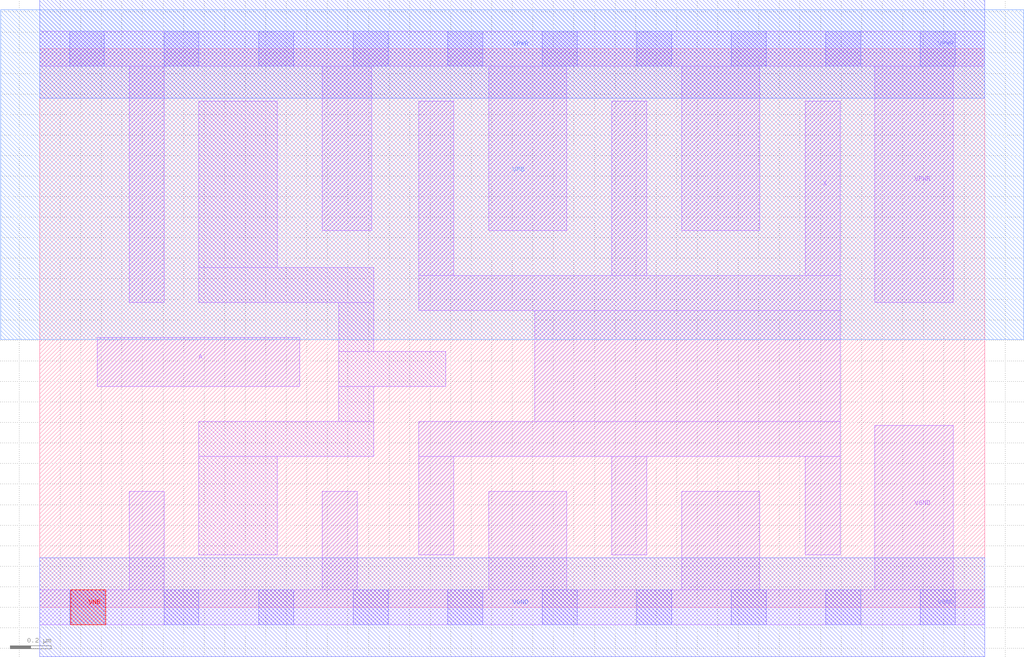
<source format=lef>
# Copyright 2020 The SkyWater PDK Authors
#
# Licensed under the Apache License, Version 2.0 (the "License");
# you may not use this file except in compliance with the License.
# You may obtain a copy of the License at
#
#     https://www.apache.org/licenses/LICENSE-2.0
#
# Unless required by applicable law or agreed to in writing, software
# distributed under the License is distributed on an "AS IS" BASIS,
# WITHOUT WARRANTIES OR CONDITIONS OF ANY KIND, either express or implied.
# See the License for the specific language governing permissions and
# limitations under the License.
#
# SPDX-License-Identifier: Apache-2.0

VERSION 5.7 ;
  NOWIREEXTENSIONATPIN ON ;
  DIVIDERCHAR "/" ;
  BUSBITCHARS "[]" ;
PROPERTYDEFINITIONS
  MACRO maskLayoutSubType STRING ;
  MACRO prCellType STRING ;
  MACRO originalViewName STRING ;
END PROPERTYDEFINITIONS
MACRO sky130_fd_sc_hdll__buf_6
  CLASS CORE ;
  FOREIGN sky130_fd_sc_hdll__buf_6 ;
  ORIGIN  0.000000  0.000000 ;
  SIZE  4.600000 BY  2.720000 ;
  SYMMETRY X Y R90 ;
  SITE unithd ;
  PIN A
    ANTENNAGATEAREA  0.555000 ;
    DIRECTION INPUT ;
    USE SIGNAL ;
    PORT
      LAYER li1 ;
        RECT 0.280000 1.075000 1.265000 1.315000 ;
    END
  END A
  PIN X
    ANTENNADIFFAREA  1.526500 ;
    DIRECTION OUTPUT ;
    USE SIGNAL ;
    PORT
      LAYER li1 ;
        RECT 1.845000 0.255000 2.015000 0.735000 ;
        RECT 1.845000 0.735000 3.895000 0.905000 ;
        RECT 1.845000 1.445000 3.895000 1.615000 ;
        RECT 1.845000 1.615000 2.015000 2.465000 ;
        RECT 2.410000 0.905000 3.895000 1.445000 ;
        RECT 2.785000 0.255000 2.955000 0.735000 ;
        RECT 2.785000 1.615000 2.955000 2.465000 ;
        RECT 3.725000 0.255000 3.895000 0.735000 ;
        RECT 3.725000 1.615000 3.895000 2.465000 ;
    END
  END X
  PIN VGND
    DIRECTION INOUT ;
    USE GROUND ;
    PORT
      LAYER li1 ;
        RECT 0.000000 -0.085000 4.600000 0.085000 ;
        RECT 0.435000  0.085000 0.605000 0.565000 ;
        RECT 1.375000  0.085000 1.545000 0.565000 ;
        RECT 2.185000  0.085000 2.565000 0.565000 ;
        RECT 3.125000  0.085000 3.505000 0.565000 ;
        RECT 4.065000  0.085000 4.445000 0.885000 ;
      LAYER mcon ;
        RECT 0.145000 -0.085000 0.315000 0.085000 ;
        RECT 0.605000 -0.085000 0.775000 0.085000 ;
        RECT 1.065000 -0.085000 1.235000 0.085000 ;
        RECT 1.525000 -0.085000 1.695000 0.085000 ;
        RECT 1.985000 -0.085000 2.155000 0.085000 ;
        RECT 2.445000 -0.085000 2.615000 0.085000 ;
        RECT 2.905000 -0.085000 3.075000 0.085000 ;
        RECT 3.365000 -0.085000 3.535000 0.085000 ;
        RECT 3.825000 -0.085000 3.995000 0.085000 ;
        RECT 4.285000 -0.085000 4.455000 0.085000 ;
    END
    PORT
      LAYER met1 ;
        RECT 0.000000 -0.240000 4.600000 0.240000 ;
    END
  END VGND
  PIN VNB
    DIRECTION INOUT ;
    USE GROUND ;
    PORT
      LAYER pwell ;
        RECT 0.150000 -0.085000 0.320000 0.085000 ;
    END
  END VNB
  PIN VPB
    DIRECTION INOUT ;
    USE POWER ;
    PORT
      LAYER nwell ;
        RECT -0.190000 1.305000 4.790000 2.910000 ;
    END
  END VPB
  PIN VPWR
    DIRECTION INOUT ;
    USE POWER ;
    PORT
      LAYER li1 ;
        RECT 0.000000 2.635000 4.600000 2.805000 ;
        RECT 0.435000 1.485000 0.605000 2.635000 ;
        RECT 1.375000 1.835000 1.615000 2.635000 ;
        RECT 2.185000 1.835000 2.565000 2.635000 ;
        RECT 3.125000 1.835000 3.505000 2.635000 ;
        RECT 4.065000 1.485000 4.445000 2.635000 ;
      LAYER mcon ;
        RECT 0.145000 2.635000 0.315000 2.805000 ;
        RECT 0.605000 2.635000 0.775000 2.805000 ;
        RECT 1.065000 2.635000 1.235000 2.805000 ;
        RECT 1.525000 2.635000 1.695000 2.805000 ;
        RECT 1.985000 2.635000 2.155000 2.805000 ;
        RECT 2.445000 2.635000 2.615000 2.805000 ;
        RECT 2.905000 2.635000 3.075000 2.805000 ;
        RECT 3.365000 2.635000 3.535000 2.805000 ;
        RECT 3.825000 2.635000 3.995000 2.805000 ;
        RECT 4.285000 2.635000 4.455000 2.805000 ;
    END
    PORT
      LAYER met1 ;
        RECT 0.000000 2.480000 4.600000 2.960000 ;
    END
  END VPWR
  OBS
    LAYER li1 ;
      RECT 0.775000 0.255000 1.155000 0.735000 ;
      RECT 0.775000 0.735000 1.625000 0.905000 ;
      RECT 0.775000 1.485000 1.625000 1.655000 ;
      RECT 0.775000 1.655000 1.155000 2.465000 ;
      RECT 1.455000 0.905000 1.625000 1.075000 ;
      RECT 1.455000 1.075000 1.975000 1.245000 ;
      RECT 1.455000 1.245000 1.625000 1.485000 ;
  END
  PROPERTY maskLayoutSubType "abstract" ;
  PROPERTY prCellType "standard" ;
  PROPERTY originalViewName "layout" ;
END sky130_fd_sc_hdll__buf_6
END LIBRARY

</source>
